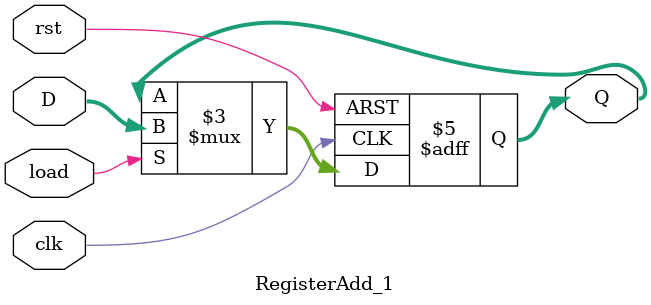
<source format=v>
module RegisterAdd_1
	# (parameter W = 16)
	(
		input wire clk, 
		input wire rst, 
		input wire load, 
		input wire [W-1:0] D, 
		output reg [W-1:0] Q 
    );
	always @(posedge clk, posedge rst)
		if(rst)
			Q <= 0;
		else if(load)
			Q <= D;
		else
			Q <= Q;
endmodule
</source>
